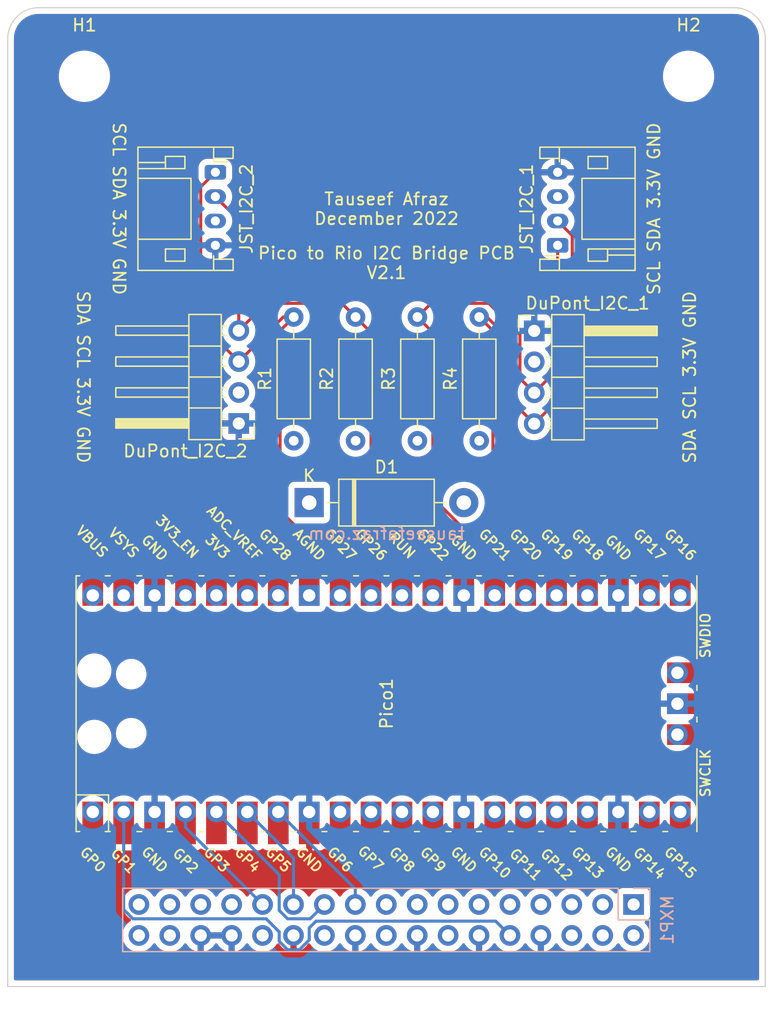
<source format=kicad_pcb>
(kicad_pcb (version 20211014) (generator pcbnew)
  (layers (0 "F.Cu" signal) (1 "In1.Cu" power) (2 "In2.Cu" power) (31 "B.Cu" signal) (34 "B.Paste" user) (35 "F.Paste" user) (36 "B.SilkS" user "B.Silkscreen") (37 "F.SilkS" user "F.Silkscreen") (38 "B.Mask" user) (39 "F.Mask" user) (44 "Edge.Cuts" user))
  (net 0 "")
  (net 1 "+5V")
  (net 2 "Net-(D1-Pad1)")
  (net 3 "GND")
  (net 4 "+3.3V")
  (net 5 "/SCL1")
  (net 6 "/SDA1")
  (net 7 "/SCL2")
  (net 8 "/SDA2")
  (net 16 "/RIO_RX")
  (net 23 "/S_CS")
  (net 24 "/SCLK")
  (net 26 "/CIPO")
  (net 27 "/COPI")
  (footprint "MountingHole:MountingHole_3.2mm_M3" (layer "F.Cu") (at 181.0258 71.035)
    (fp_text reference "H2" (at 0 -4.2) (layer "F.SilkS"))
    (fp_text value "MountingHole")
    (pad "" np_thru_hole circle (at 0 0) (size 3.2 3.2) (drill 3.2) (layers *.Cu *.Mask))
  )
  (footprint "Resistor_THT:R_Axial_DIN0207_L6.3mm_D2.5mm_P10.16mm_Horizontal" (layer "F.Cu") (at 153.67 100.965 90)
    (fp_text reference "R2" (at 5.08 -2.37 90) (layer "F.SilkS"))
    (fp_text value "R")
    (fp_line (start 9.12 0) (end 8.35 0) (layer "F.SilkS") (width 0.12))
    (fp_line (start 1.81 -1.37) (end 1.81 1.37) (layer "F.SilkS") (width 0.12))
    (fp_line (start 8.35 -1.37) (end 1.81 -1.37) (layer "F.SilkS") (width 0.12))
    (fp_line (start 1.04 0) (end 1.81 0) (layer "F.SilkS") (width 0.12))
    (fp_line (start 8.35 1.37) (end 8.35 -1.37) (layer "F.SilkS") (width 0.12))
    (fp_line (start 1.81 1.37) (end 8.35 1.37) (layer "F.SilkS") (width 0.12))
    (pad "1" thru_hole circle locked (at 0 0 90) (size 1.6 1.6) (drill 0.8) (layers *.Cu *.Mask) (net 4 "+3.3V"))
    (pad "2" thru_hole oval locked (at 10.16 0 90) (size 1.6 1.6) (drill 0.8) (layers *.Cu *.Mask) (net 8 "/SDA2"))
  )
  (footprint "Connector_PinHeader_2.54mm:PinHeader_1x04_P2.54mm_Horizontal" (layer "F.Cu") (at 168.345 91.94)
    (fp_text reference "DuPont_I2C_1" (at 4.385 -2.27) (layer "F.SilkS"))
    (fp_text value "Conn_01x04_Male")
    (fp_line (start 4.1 -0.08) (end 10.1 -0.08) (layer "F.SilkS") (width 0.12))
    (fp_line (start 4.1 8.95) (end 4.1 -1.33) (layer "F.SilkS") (width 0.12))
    (fp_line (start 1.11 0.38) (end 1.44 0.38) (layer "F.SilkS") (width 0.12))
    (fp_line (start 1.44 3.81) (end 4.1 3.81) (layer "F.SilkS") (width 0.12))
    (fp_line (start 4.1 4.7) (end 10.1 4.7) (layer "F.SilkS") (width 0.12))
    (fp_line (start 10.1 0.38) (end 4.1 0.38) (layer "F.SilkS") (width 0.12))
    (fp_line (start 1.44 6.35) (end 4.1 6.35) (layer "F.SilkS") (width 0.12))
    (fp_line (start 10.1 -0.38) (end 10.1 0.38) (layer "F.SilkS") (width 0.12))
    (fp_line (start 4.1 -0.2) (end 10.1 -0.2) (layer "F.SilkS") (width 0.12))
    (fp_line (start 4.1 0.28) (end 10.1 0.28) (layer "F.SilkS") (width 0.12))
    (fp_line (start 1.042929 4.7) (end 1.44 4.7) (layer "F.SilkS") (width 0.12))
    (fp_line (start 1.44 -1.33) (end 1.44 8.95) (layer "F.SilkS") (width 0.12))
    (fp_line (start 4.1 0.04) (end 10.1 0.04) (layer "F.SilkS") (width 0.12))
    (fp_line (start 1.042929 2.16) (end 1.44 2.16) (layer "F.SilkS") (width 0.12))
    (fp_line (start 1.44 1.27) (end 4.1 1.27) (layer "F.SilkS") (width 0.12))
    (fp_line (start 1.042929 7.24) (end 1.44 7.24) (layer "F.SilkS") (width 0.12))
    (fp_line (start 10.1 2.92) (end 4.1 2.92) (layer "F.SilkS") (width 0.12))
    (fp_line (start 1.042929 5.46) (end 1.44 5.46) (layer "F.SilkS") (width 0.12))
    (fp_line (start 4.1 7.24) (end 10.1 7.24) (layer "F.SilkS") (width 0.12))
    (fp_line (start 1.11 -0.38) (end 1.44 -0.38) (layer "F.SilkS") (width 0.12))
    (fp_line (start 4.1 0.16) (end 10.1 0.16) (layer "F.SilkS") (width 0.12))
    (fp_line (start 4.1 -1.33) (end 1.44 -1.33) (layer "F.SilkS") (width 0.12))
    (fp_line (start 10.1 4.7) (end 10.1 5.46) (layer "F.SilkS") (width 0.12))
    (fp_line (start 1.042929 8) (end 1.44 8) (layer "F.SilkS") (width 0.12))
    (fp_line (start 1.44 8.95) (end 4.1 8.95) (layer "F.SilkS") (width 0.12))
    (fp_line (start 4.1 2.16) (end 10.1 2.16) (layer "F.SilkS") (width 0.12))
    (fp_line (start 4.1 -0.32) (end 10.1 -0.32) (layer "F.SilkS") (width 0.12))
    (fp_line (start 10.1 5.46) (end 4.1 5.46) (layer "F.SilkS") (width 0.12))
    (fp_line (start 10.1 8) (end 4.1 8) (layer "F.SilkS") (width 0.12))
    (fp_line (start 1.042929 2.92) (end 1.44 2.92) (layer "F.SilkS") (width 0.12))
    (fp_line (start 4.1 -0.38) (end 10.1 -0.38) (layer "F.SilkS") (width 0.12))
    (fp_line (start 10.1 7.24) (end 10.1 8) (layer "F.SilkS") (width 0.12))
    (fp_line (start -1.27 0) (end -1.27 -1.27) (layer "F.SilkS") (width 0.12))
    (fp_line (start 10.1 2.16) (end 10.1 2.92) (layer "F.SilkS") (width 0.12))
    (fp_line (start -1.27 -1.27) (end 0 -1.27) (layer "F.SilkS") (width 0.12))
    (pad "1" thru_hole rect locked (at 0 0) (size 1.7 1.7) (drill 1) (layers *.Cu *.Mask) (net 3 "GND"))
    (pad "2" thru_hole oval locked (at 0 2.54) (size 1.7 1.7) (drill 1) (layers *.Cu *.Mask) (net 4 "+3.3V"))
    (pad "3" thru_hole oval locked (at 0 5.08) (size 1.7 1.7) (drill 1) (layers *.Cu *.Mask) (net 5 "/SCL1"))
    (pad "4" thru_hole oval locked (at 0 7.62) (size 1.7 1.7) (drill 1) (layers *.Cu *.Mask) (net 6 "/SDA1"))
  )
  (footprint "MountingHole:MountingHole_3.2mm_M3" (layer "F.Cu") (at 131.3942 71.035)
    (fp_text reference "H1" (at 0 -4.2) (layer "F.SilkS"))
    (fp_text value "MountingHole")
    (pad "" np_thru_hole circle (at 0 0) (size 3.2 3.2) (drill 3.2) (layers *.Cu *.Mask))
  )
  (footprint "Resistor_THT:R_Axial_DIN0207_L6.3mm_D2.5mm_P10.16mm_Horizontal" (layer "F.Cu") (at 163.83 100.965 90)
    (fp_text reference "R4" (at 5.08 -2.37 90) (layer "F.SilkS"))
    (fp_text value "R")
    (fp_line (start 1.04 0) (end 1.81 0) (layer "F.SilkS") (width 0.12))
    (fp_line (start 1.81 1.37) (end 8.35 1.37) (layer "F.SilkS") (width 0.12))
    (fp_line (start 8.35 -1.37) (end 1.81 -1.37) (layer "F.SilkS") (width 0.12))
    (fp_line (start 8.35 1.37) (end 8.35 -1.37) (layer "F.SilkS") (width 0.12))
    (fp_line (start 1.81 -1.37) (end 1.81 1.37) (layer "F.SilkS") (width 0.12))
    (fp_line (start 9.12 0) (end 8.35 0) (layer "F.SilkS") (width 0.12))
    (pad "1" thru_hole circle locked (at 0 0 90) (size 1.6 1.6) (drill 0.8) (layers *.Cu *.Mask) (net 4 "+3.3V"))
    (pad "2" thru_hole oval locked (at 10.16 0 90) (size 1.6 1.6) (drill 0.8) (layers *.Cu *.Mask) (net 6 "/SDA1"))
  )
  (footprint "Connector_JST:JST_PH_S4B-PH-K_1x04_P2.00mm_Horizontal" (layer "F.Cu") (at 142.15 78.915 -90)
    (fp_text reference "JST_I2C_2" (at 3 -2.55 90) (layer "F.SilkS"))
    (fp_text value "Conn_01x04_Male")
    (fp_line (start -0.8 4.1) (end -0.8 6.36) (layer "F.SilkS") (width 0.12))
    (fp_line (start -0.3 4.1) (end -0.3 6.36) (layer "F.SilkS") (width 0.12))
    (fp_line (start 8.06 -1.46) (end 7.14 -1.46) (layer "F.SilkS") (width 0.12))
    (fp_line (start -2.06 -1.46) (end -2.06 6.36) (layer "F.SilkS") (width 0.12))
    (fp_line (start 6.3 2.5) (end 7.3 2.5) (layer "F.SilkS") (width 0.12))
    (fp_line (start -2.06 6.36) (end 8.06 6.36) (layer "F.SilkS") (width 0.12))
    (fp_line (start 8.06 6.36) (end 8.06 -1.46) (layer "F.SilkS") (width 0.12))
    (fp_line (start 5.5 2) (end 5.5 6.36) (layer "F.SilkS") (width 0.12))
    (fp_line (start -0.86 0.14) (end -0.86 -1.075) (layer "F.SilkS") (width 0.12))
    (fp_line (start -1.14 0.14) (end -1.14 -1.46) (layer "F.SilkS") (width 0.12))
    (fp_line (start 7.3 2.5) (end 7.3 4.1) (layer "F.SilkS") (width 0.12))
    (fp_line (start -1.3 2.5) (end -1.3 4.1) (layer "F.SilkS") (width 0.12))
    (fp_line (start 0.5 2) (end 5.5 2) (layer "F.SilkS") (width 0.12))
    (fp_line (start 6.3 4.1) (end 6.3 2.5) (layer "F.SilkS") (width 0.12))
    (fp_line (start 8.06 0.14) (end 7.14 0.14) (layer "F.SilkS") (width 0.12))
    (fp_line (start -1.3 4.1) (end -0.3 4.1) (layer "F.SilkS") (width 0.12))
    (fp_line (start -0.3 4.1) (end -0.3 2.5) (layer "F.SilkS") (width 0.12))
    (fp_line (start 0.5 6.36) (end 0.5 2) (layer "F.SilkS") (width 0.12))
    (fp_line (start -2.06 0.14) (end -1.14 0.14) (layer "F.SilkS") (width 0.12))
    (fp_line (start -0.3 2.5) (end -1.3 2.5) (layer "F.SilkS") (width 0.12))
    (fp_line (start 7.3 4.1) (end 6.3 4.1) (layer "F.SilkS") (width 0.12))
    (fp_line (start -1.14 -1.46) (end -2.06 -1.46) (layer "F.SilkS") (width 0.12))
    (fp_line (start -0.86 0.14) (end -1.14 0.14) (layer "F.SilkS") (width 0.12))
    (fp_line (start 7.14 -1.46) (end 7.14 0.14) (layer "F.SilkS") (width 0.12))
    (fp_line (start 7.14 0.14) (end 6.86 0.14) (layer "F.SilkS") (width 0.12))
    (pad "1" thru_hole roundrect locked (at 0 0 270) (size 1.2 1.75) (drill 0.75) (layers *.Cu *.Mask) (roundrect_rratio 0.2083333333) (net 7 "/SCL2"))
    (pad "2" thru_hole oval locked (at 2 0 270) (size 1.2 1.75) (drill 0.75) (layers *.Cu *.Mask) (net 8 "/SDA2"))
    (pad "3" thru_hole oval locked (at 4 0 270) (size 1.2 1.75) (drill 0.75) (layers *.Cu *.Mask) (net 4 "+3.3V"))
    (pad "4" thru_hole oval locked (at 6 0 270) (size 1.2 1.75) (drill 0.75) (layers *.Cu *.Mask) (net 3 "GND"))
  )
  (footprint "MCU_RaspberryPi_and_Boards:RPi_Pico_SMD_TH" (layer "F.Cu") (at 156.21 122.555 90)
    (fp_text reference "Pico1" (at 0 0 90) (layer "F.SilkS"))
    (fp_text value "Pico")
    (fp_text user "GND" (at -12.8 6.35 135) (layer "F.SilkS") (effects (font (size 0.8 0.8))))
    (fp_text user "GP3" (at -12.8 -13.97 135) (layer "F.SilkS") (effects (font (size 0.8 0.8))))
    (fp_text user "GND" (at 12.8 6.35 135) (layer "F.SilkS") (effects (font (size 0.8 0.8))))
    (fp_text user "GP21" (at 13.054 8.9 135) (layer "F.SilkS") (effects (font (size 0.8 0.8))))
    (fp_text user "GP28" (at 13.054 -9.144 135) (layer "F.SilkS") (effects (font (size 0.8 0.8))))
    (fp_text user "GP16" (at 13.054 24.13 135) (layer "F.SilkS") (effects (font (size 0.8 0.8))))
    (fp_text user "SWDIO" (at 5.6 26.2 90) (layer "F.SilkS") (effects (font (size 0.8 0.8))))
    (fp_text user "GP18" (at 13.054 16.51 135) (layer "F.SilkS") (effects (font (size 0.8 0.8))))
    (fp_text user "GP5" (at -12.8 -8.89 135) (layer "F.SilkS") (effects (font (size 0.8 0.8))))
    (fp_text user "AGND" (at 13.054 -6.35 135) (layer "F.SilkS") (effects (font (size 0.8 0.8))))
    (fp_text user "GP11" (at -13.2 11.43 135) (layer "F.SilkS") (effects (font (size 0.8 0.8))))
    (fp_text user "3V3" (at 12.9 -13.9 135) (layer "F.SilkS") (effects (font (size 0.8 0.8))))
    (fp_text user "GP20" (at 13.054 11.43 135) (layer "F.SilkS") (effects (font (size 0.8 0.8))))
    (fp_text user "GP26" (at 13.054 -1.27 135) (layer "F.SilkS") (effects (font (size 0.8 0.8))))
    (fp_text user "RUN" (at 13 1.27 135) (layer "F.SilkS") (effects (font (size 0.8 0.8))))
    (fp_text user "GP12" (at -13.2 13.97 135) (layer "F.SilkS") (effects (font (size 0.8 0.8))))
    (fp_text user "GP9" (at -12.8 3.81 135) (layer "F.SilkS") (effects (font (size 0.8 0.8))))
    (fp_text user "GND" (at -12.8 19.05 135) (layer "F.SilkS") (effects (font (size 0.8 0.8))))
    (fp_text user "GP22" (at 13.054 3.81 135) (layer "F.SilkS") (effects (font (size 0.8 0.8))))
    (fp_text user "GP17" (at 13.054 21.59 135) (layer "F.SilkS") (effects (font (size 0.8 0.8))))
    (fp_text user "GP10" (at -13.054 8.89 135) (layer "F.SilkS") (effects (font (size 0.8 0.8))))
    (fp_text user "GP15" (at -13.054 24.13 135) (layer "F.SilkS") (effects (font (size 0.8 0.8))))
    (fp_text user "GND" (at -12.8 -19.05 135) (layer "F.SilkS") (effects (font (size 0.8 0.8))))
    (fp_text user "3V3_EN" (at 13.7 -17.2 135) (layer "F.SilkS") (effects (font (size 0.8 0.8))))
    (fp_text user "GND" (at 12.8 -19.05 135) (layer "F.SilkS") (effects (font (size 0.8 0.8))))
    (fp_text user "ADC_VREF" (at 14 -12.5 135) (layer "F.SilkS") (effects (font (size 0.8 0.8))))
    (fp_text user "GP13" (at -13.054 16.51 135) (layer "F.SilkS") (effects (font (size 0.8 0.8))))
    (fp_text user "GP7" (at -12.7 -1.3 135) (layer "F.SilkS") (effects (font (size 0.8 0.8))))
    (fp_text user "GP14" (at -13.1 21.59 135) (layer "F.SilkS") (effects (font (size 0.8 0.8))))
    (fp_text user "GP19" (at 13.054 13.97 135) (layer "F.SilkS") (effects (font (size 0.8 0.8))))
    (fp_text user "GP1" (at -12.9 -21.6 135) (layer "F.SilkS") (effects (font (size 0.8 0.8))))
    (fp_text user "GP6" (at -12.8 -3.81 135) (layer "F.SilkS") (effects (font (size 0.8 0.8))))
    (fp_text user "GP27" (at 13.054 -3.8 135) (layer "F.SilkS") (effects (font (size 0.8 0.8))))
    (fp_text user "GP4" (at -12.8 -11.43 135) (layer "F.SilkS") (effects (font (size 0.8 0.8))))
    (fp_text user "SWCLK" (at -5.7 26.2 90) (layer "F.SilkS") (effects (font (size 0.8 0.8))))
    (fp_text user "VBUS" (at 13.3 -24.2 135) (layer "F.SilkS") (effects (font (size 0.8 0.8))))
    (fp_text user "GP0" (at -12.8 -24.13 135) (layer "F.SilkS") (effects (font (size 0.8 0.8))))
    (fp_text user "GP2" (at -12.9 -16.51 135) (layer "F.SilkS") (effects (font (size 0.8 0.8))))
    (fp_text user "GP8" (at -12.8 1.27 135) (layer "F.SilkS") (effects (font (size 0.8 0.8))))
    (fp_text user "GND" (at 12.8 19.05 135) (layer "F.SilkS") (effects (font (size 0.8 0.8))))
    (fp_text user "VSYS" (at 13.2 -21.59 135) (layer "F.SilkS") (effects (font (size 0.8 0.8))))
    (fp_text user "GND" (at -12.8 -6.35 135) (layer "F.SilkS") (effects (font (size 0.8 0.8))))
    (fp_line (start 1.1 25.5) (end 1.5 25.5) (layer "F.SilkS") (width 0.12))
    (fp_line (start 10.5 -23.1) (end 10.5 -22.7) (layer "F.SilkS") (width 0.12))
    (fp_line (start 10.5 -5.3) (end 10.5 -4.9) (layer "F.SilkS") (width 0.12))
    (fp_line (start 10.5 -20.5) (end 10.5 -20.1) (layer "F.SilkS") (width 0.12))
    (fp_line (start 10.5 -12.9) (end 10.5 -12.5) (layer "F.SilkS") (width 0.12))
    (fp_line (start -10.5 17.6) (end -10.5 18) (layer "F.SilkS") (width 0.12))
    (fp_line (start 10.5 -10.4) (end 10.5 -10) (layer "F.SilkS") (width 0.12))
    (fp_line (start -1.5 25.5) (end -1.1 25.5) (layer "F.SilkS") (width 0.12))
    (fp_line (start -10.5 -10.4) (end -10.5 -10) (layer "F.SilkS") (width 0.12))
    (fp_line (start -10.5 -23.1) (end -10.5 -22.7) (layer "F.SilkS") (width 0.12))
    (fp_line (start 10.5 22.7) (end 10.5 23.1) (layer "F.SilkS") (width 0.12))
    (fp_line (start -10.5 -7.8) (end -10.5 -7.4) (layer "F.SilkS") (width 0.12))
    (fp_line (start 10.5 -2.7) (end 10.5 -2.3) (layer "F.SilkS") (width 0.12))
    (fp_line (start -10.5 -25.5) (end -10.5 -25.2) (layer "F.SilkS") (width 0.12))
    (fp_line (start -10.5 -12.9) (end -10.5 -12.5) (layer "F.SilkS") (width 0.12))
    (fp_line (start -7.493 -22.833) (end -7.493 -25.5) (layer "F.SilkS") (width 0.12))
    (fp_line (start 10.5 12.5) (end 10.5 12.9) (layer "F.SilkS") (width 0.12))
    (fp_line (start -10.5 -5.3) (end -10.5 -4.9) (layer "F.SilkS") (width 0.12))
    (fp_line (start -10.5 -25.5) (end 10.5 -25.5) (layer "F.SilkS") (width 0.12))
    (fp_line (start 10.5 -0.2) (end 10.5 0.2) (layer "F.SilkS") (width 0.12))
    (fp_line (start -10.5 -20.5) (end -10.5 -20.1) (layer "F.SilkS") (width 0.12))
    (fp_line (start 10.5 -18) (end 10.5 -17.6) (layer "F.SilkS") (width 0.12))
    (fp_line (start -10.5 -2.7) (end -10.5 -2.3) (layer "F.SilkS") (width 0.12))
    (fp_line (start -10.5 -22.833) (end -7.493 -22.833) (layer "F.SilkS") (width 0.12))
    (fp_line (start 10.5 20.1) (end 10.5 20.5) (layer "F.SilkS") (width 0.12))
    (fp_line (start -10.5 10) (end -10.5 10.4) (layer "F.SilkS") (width 0.12))
    (fp_line (start 10.5 15.1) (end 10.5 15.5) (layer "F.SilkS") (width 0.12))
    (fp_line (start 10.5 -7.8) (end 10.5 -7.4) (layer "F.SilkS") (width 0.12))
    (fp_line (start 10.5 -25.5) (end 10.5 -25.2) (layer "F.SilkS") (width 0.12))
    (fp_line (start -10.5 4.9) (end -10.5 5.3) (layer "F.SilkS") (width 0.12))
    (fp_line (start -3.7 25.5) (end -10.5 25.5) (layer "F.SilkS") (width 0.12))
    (fp_line (start -10.5 12.5) (end -10.5 12.9) (layer "F.SilkS") (width 0.12))
    (fp_line (start -10.5 -18) (end -10.5 -17.6) (layer "F.SilkS") (width 0.12))
    (fp_line (start 10.5 17.6) (end 10.5 18) (layer "F.SilkS") (width 0.12))
    (fp_line (start -10.5 7.4) (end -10.5 7.8) (layer "F.SilkS") (width 0.12))
    (fp_line (start 10.5 2.3) (end 10.5 2.7) (layer "F.SilkS") (width 0.12))
    (fp_line (start 10.5 10) (end 10.5 10.4) (layer "F.SilkS") (width 0.12))
    (fp_line (start -10.5 20.1) (end -10.5 20.5) (layer "F.SilkS") (width 0.12))
    (fp_line (start -10.5 2.3) (end -10.5 2.7) (layer "F.SilkS") (width 0.12))
    (fp_line (start -10.5 22.7) (end -10.5 23.1) (layer "F.SilkS") (width 0.12))
    (fp_line (start 10.5 25.5) (end 3.7 25.5) (layer "F.SilkS") (width 0.12))
    (fp_line (start 10.5 7.4) (end 10.5 7.8) (layer "F.SilkS") (width 0.12))
    (fp_line (start -10.5 -15.4) (end -10.5 -15) (layer "F.SilkS") (width 0.12))
    (fp_line (start 10.5 -15.4) (end 10.5 -15) (layer "F.SilkS") (width 0.12))
    (fp_line (start -10.5 -0.2) (end -10.5 0.2) (layer "F.SilkS") (width 0.12))
    (fp_line (start -10.5 15.1) (end -10.5 15.5) (layer "F.SilkS") (width 0.12))
    (fp_line (start 10.5 4.9) (end 10.5 5.3) (layer "F.SilkS") (width 0.12))
    (pad "" np_thru_hole oval locked (at -2.725 -24 90) (size 1.8 1.8) (drill 1.8) (layers *.Cu *.Mask))
    (pad "" np_thru_hole oval locked (at -2.425 -20.97 90) (size 1.5 1.5) (drill 1.5) (layers *.Cu *.Mask))
    (pad "" np_thru_hole oval locked (at 2.725 -24 90) (size 1.8 1.8) (drill 1.8) (layers *.Cu *.Mask))
    (pad "" np_thru_hole oval locked (at 2.425 -20.97 90) (size 1.5 1.5) (drill 1.5) (layers *.Cu *.Mask))
    (pad "1" smd rect locked (at -8.89 -24.13 90) (size 3.5 1.7) (drill (offset -0.9 0)) (layers "F.Cu" "F.Mask"))
    (pad "1" thru_hole oval locked (at -8.89 -24.13 90) (size 1.7 1.7) (drill 1.02) (layers *.Cu *.Mask))
    (pad "2" smd rect locked (at -8.89 -21.59 90) (size 3.5 1.7) (drill (offset -0.9 0)) (layers "F.Cu" "F.Mask") (net 16 "/RIO_RX"))
    (pad "2" thru_hole oval locked (at -8.89 -21.59 90) (size 1.7 1.7) (drill 1.02) (layers *.Cu *.Mask) (net 16 "/RIO_RX"))
    (pad "3" smd rect locked (at -8.89 -19.05 90) (size 3.5 1.7) (drill (offset -0.9 0)) (layers "F.Cu" "F.Mask") (net 3 "GND"))
    (pad "3" thru_hole rect locked (at -8.89 -19.05 90) (size 1.7 1.7) (drill 1.02) (layers *.Cu *.Mask) (net 3 "GND"))
    (pad "4" thru_hole oval locked (at -8.89 -16.51 90) (size 1.7 1.7) (drill 1.02) (layers *.Cu *.Mask) (net 27 "/COPI"))
    (pad "4" smd rect locked (at -8.89 -16.51 90) (size 3.5 1.7) (drill (offset -0.9 0)) (layers "F.Cu" "F.Mask") (net 27 "/COPI"))
    (pad "5" thru_hole oval locked (at -8.89 -13.97 90) (size 1.7 1.7) (drill 1.02) (layers *.Cu *.Mask) (net 24 "/SCLK"))
    (pad "5" smd rect locked (at -8.89 -13.97 90) (size 3.5 1.7) (drill (offset -0.9 0)) (layers "F.Cu" "F.Mask") (net 24 "/SCLK"))
    (pad "6" smd rect locked (at -8.89 -11.43 90) (size 3.5 1.7) (drill (offset -0.9 0)) (layers "F.Cu" "F.Mask") (net 26 "/CIPO"))
    (pad "6" thru_hole oval locked (at -8.89 -11.43 90) (size 1.7 1.7) (drill 1.02) (layers *.Cu *.Mask) (net 26 "/CIPO"))
    (pad "7" thru_hole oval locked (at -8.89 -8.89 90) (size 1.7 1.7) (drill 1.02) (layers *.Cu *.Mask) (net 23 "/S_CS"))
    (pad "7" smd rect locked (at -8.89 -8.89 90) (size 3.5 1.7) (drill (offset -0.9 0)) (layers "F.Cu" "F.Mask") (net 23 "/S_CS"))
    (pad "8" thru_hole rect locked (at -8.89 -6.35 90) (size 1.7 1.7) (drill 1.02) (layers *.Cu *.Mask) (net 3 "GND"))
    (pad "8" smd rect locked (at -8.89 -6.35 90) (size 3.5 1.7) (drill (offset -0.9 0)) (layers "F.Cu" "F.Mask") (net 3 "GND"))
    (pad "9" thru_hole oval locked (at -8.89 -3.81 90) (size 1.7 1.7) (drill 1.02) (layers *.Cu *.Mask))
    (pad "9" smd rect locked (at -8.89 -3.81 90) (size 3.5 1.7) (drill (offset -0.9 0)) (layers "F.Cu" "F.Mask"))
    (pad "10" thru_hole oval locked (at -8.89 -1.27 90) (size 1.7 1.7) (drill 1.02) (layers *.Cu *.Mask))
    (pad "10" smd rect locked (at -8.89 -1.27 90) (size 3.5 1.7) (drill (offset -0.9 0)) (layers "F.Cu" "F.Mask"))
    (pad "11" smd rect locked (at -8.89 1.27 90) (size 3.5 1.7) (drill (offset -0.9 0)) (layers "F.Cu" "F.Mask"))
    (pad "11" thru_hole oval locked (at -8.89 1.27 90) (size 1.7 1.7) (drill 1.02) (layers *.Cu *.Mask))
    (pad "12" thru_hole oval locked (at -8.89 3.81 90) (size 1.7 1.7) (drill 1.02) (layers *.Cu *.Mask))
    (pad "12" smd rect locked (at -8.89 3.81 90) (size 3.5 1.7) (drill (offset -0.9 0)) (layers "F.Cu" "F.Mask"))
    (pad "13" thru_hole rect locked (at -8.89 6.35 90) (size 1.7 1.7) (drill 1.02) (layers *.Cu *.Mask) (net 3 "GND"))
    (pad "13" smd rect locked (at -8.89 6.35 90) (size 3.5 1.7) (drill (offset -0.9 0)) (layers "F.Cu" "F.Mask") (net 3 "GND"))
    (pad "14" smd rect locked (at -8.89 8.89 90) (size 3.5 1.7) (drill (offset -0.9 0)) (layers "F.Cu" "F.Mask"))
    (pad "14" thru_hole oval locked (at -8.89 8.89 90) (size 1.7 1.7) (drill 1.02) (layers *.Cu *.Mask))
    (pad "15" smd rect locked (at -8.89 11.43 90) (size 3.5 1.7) (drill (offset -0.9 0)) (layers "F.Cu" "F.Mask"))
    (pad "15" thru_hole oval locked (at -8.89 11.43 90) (size 1.7 1.7) (drill 1.02) (layers *.Cu *.Mask))
    (pad "16" thru_hole oval locked (at -8.89 13.97 90) (size 1.7 1.7) (drill 1.02) (layers *.Cu *.Mask))
    (pad "16" smd rect locked (at -8.89 13.97 90) (size 3.5 1.7) (drill (offset -0.9 0)) (layers "F.Cu" "F.Mask"))
    (pad "17" smd rect locked (at -8.89 16.51 90) (size 3.5 1.7) (drill (offset -0.9 0)) (layers "F.Cu" "F.Mask"))
    (pad "17" thru_hole oval locked (at -8.89 16.51 90) (size 1.7 1.7) (drill 1.02) (layers *.Cu *.Mask))
    (pad "18" smd rect locked (at -8.89 19.05 90) (size 3.5 1.7) (drill (offset -0.9 0)) (layers "F.Cu" "F.Mask") (net 3 "GND"))
    (pad "18" thru_hole rect locked (at -8.89 19.05 90) (size 1.7 1.7) (drill 1.02) (layers *.Cu *.Mask) (net 3 "GND"))
    (pad "19" smd rect locked (at -8.89 21.59 90) (size 3.5 1.7) (drill (offset -0.9 0)) (layers "F.Cu" "F.Mask"))
    (pad "19" thru_hole oval locked (at -8.89 21.59 90) (size 1.7 1.7) (drill 1.02) (layers *.Cu *.Mask))
    (pad "20" smd rect locked (at -8.89 24.13 90) (size 3.5 1.7) (drill (offset -0.9 0)) (layers "F.Cu" "F.Mask"))
    (pad "20" thru_hole oval locked (at -8.89 24.13 90) (size 1.7 1.7) (drill 1.02) (layers *.Cu *.Mask))
    (pad "21" smd rect locked (at 8.89 24.13 90) (size 3.5 1.7) (drill (offset 0.9 0)) (layers "F.Cu" "F.Mask"))
    (pad "21" thru_hole oval locked (at 8.89 24.13 90) (size 1.7 1.7) (drill 1.02) (layers *.Cu *.Mask))
    (pad "22" thru_hole oval locked (at 8.89 21.59 90) (size 1.7 1.7) (drill 1.02) (layers *.Cu *.Mask))
    (pad "22" smd rect locked (at 8.89 21.59 90) (size 3.5 1.7) (drill (offset 0.9 0)) (layers "F.Cu" "F.Mask"))
    (pad "23" thru_hole rect locked (at 8.89 19.05 90) (size 1.7 1.7) (drill 1.02) (layers *.Cu *.Mask) (net 3 "GND"))
    (pad "23" smd rect locked (at 8.89 19.05 90) (size 3.5 1.7) (drill (offset 0.9 0)) (layers "F.Cu" "F.Mask") (net 3 "GND"))
    (pad "24" thru_hole oval locked (at 8.89 16.51 90) (size 1.7 1.7) (drill 1.02) (layers *.Cu *.Mask))
    (pad "24" smd rect locked (at 8.89 16.51 90) (size 3.5 1.7) (drill (offset 0.9 0)) (layers "F.Cu" "F.Mask"))
    (pad "25" thru_hole oval locked (at 8.89 13.97 90) (size 1.7 1.7) (drill 1.02) (layers *.Cu *.Mask))
    (pad "25" smd rect locked (at 8.89 13.97 90) (size 3.5 1.7) (drill (offset 0.9 0)) (layers "F.Cu" "F.Mask"))
    (pad "26" smd rect locked (at 8.89 11.43 90) (size 3.5 1.7) (drill (offset 0.9 0)) (layers "F.Cu" "F.Mask") (net 6 "/SDA1"))
    (pad "26" thru_hole oval locked (at 8.89 11.43 90) (size 1.7 1.7) (drill 1.02) (layers *.Cu *.Mask) (net 6 "/SDA1"))
    (pad "27" smd rect locked (at 8.89 8.89 90) (size 3.5 1.7) (drill (offset 0.9 0)) (layers "F.Cu" "F.Mask") (net 5 "/SCL1"))
    (pad "27" thru_hole oval locked (at 8.89 8.89 90) (size 1.7 1.7) (drill 1.02) (layers *.Cu *.Mask) (net 5 "/SCL1"))
    (pad "28" thru_hole rect locked (at 8.89 6.35 90) (size 1.7 1.7) (drill 1.02) (layers *.Cu *.Mask) (net 3 "GND"))
    (pad "28" smd rect locked (at 8.89 6.35 90) (size 3.5 1.7) (drill (offset 0.9 0)) (layers "F.Cu" "F.Mask") (net 3 "GND"))
    (pad "29" smd rect locked (at 8.89 3.81 90) (size 3.5 1.7) (drill (offset 0.9 0)) (layers "F.Cu" "F.Mask"))
    (pad "29" thru_hole oval locked (at 8.89 3.81 90) (size 1.7 1.7) (drill 1.02) (layers *.Cu *.Mask))
    (pad "30" smd rect locked (at 8.89 1.27 90) (size 3.5 1.7) (drill (offset 0.9 0)) (layers "F.Cu" "F.Mask"))
    (pad "30" thru_hole oval locked (at 8.89 1.27 90) (size 1.7 1.7) (drill 1.02) (layers *.Cu *.Mask))
    (pad "31" smd rect locked (at 8.89 -1.27 90) (size 3.5 1.7) (drill (offset 0.9 0)) (layers "F.Cu" "F.Mask") (net 8 "/SDA2"))
    (pad "31" thru_hole oval locked (at 8.89 -1.27 90) (size 1.7 1.7) (drill 1.02) (layers *.Cu *.Mask) (net 8 "/SDA2"))
    (pad "32" thru_hole oval locked (at 8.89 -3.81 90) (size 1.7 1.7) (drill 1.02) (layers *.Cu *.Mask) (net 7 "/SCL2"))
    (pad "32" smd rect locked (at 8.89 -3.81 90) (size 3.5 1.7) (drill (offset 0.9 0)) (layers "F.Cu" "F.Mask") (net 7 "/SCL2"))
    (pad "33" smd rect locked (at 8.89 -6.35 90) (size 3.5 1.7) (drill (offset 0.9 0)) (layers "F.Cu" "F.Mask"))
    (pad "33" thru_hole rect locked (at 8.89 -6.35 90) (size 1.7 1.7) (drill 1.02) (layers *.Cu *.Mask))
    (pad "34" smd rect locked (at 8.89 -8.89 90) (size 3.5 1.7) (drill (offset 0.9 0)) (layers "F.Cu" "F.Mask"))
    (pad "34" thru_hole oval locked (at 8.89 -8.89 90) (size 1.7 1.7) (drill 1.02) (layers *.Cu *.Mask))
    (pad "35" smd rect locked (at 8.89 -11.43 90) (size 3.5 1.7) (drill (offset 0.9 0)) (layers "F.Cu" "F.Mask"))
    (pad "35" thru_hole oval locked (at 8.89 -11.43 90) (size 1.7 1.7) (drill 1.02) (layers *.Cu *.Mask))
    (pad "36" smd rect locked (at 8.89 -13.97 90) (size 3.5 1.7) (drill (offset 0.9 0)) (layers "F.Cu" "F.Mask"))
    (pad "36" thru_hole oval locked (at 8.89 -13.97 90) (size 1.7 1.7) (drill 1.02) (layers *.Cu *.Mask))
    (pad "37" smd rect locked (at 8.89 -16.51 90) (size 3.5 1.7) (drill (offset 0.9 0)) (layers "F.Cu" "F.Mask"))
    (pad "37" thru_hole oval locked (at 8.89 -16.51 90) (size 1.7 1.7) (drill 1.02) (layers *.Cu *.Mask))
    (pad "38" thru_hole rect locked (at 8.89 -19.05 90) (size 1.7 1.7) (drill 1.02) (layers *.Cu *.Mask) (net 3 "GND"))
    (pad "38" smd rect locked (at 8.89 -19.05 90) (size 3.5 1.7) (drill (offset 0.9 0)) (layers "F.Cu" "F.Mask") (net 3 "GND"))
    (pad "39" thru_hole oval locked (at 8.89 -21.59 90) (size 1.7 1.7) (drill 1.02) (layers *.Cu *.Mask) (net 2 "Net-(D1-Pad1)"))
    (pad "39" smd rect locked (at 8.89 -21.59 90) (size 3.5 1.7) (drill (offset 0.9 0)) (layers "F.Cu" "F.Mask") (net 2 "Net-(D1-Pad1)"))
    (pad "40" smd rect locked (at 8.89 -24.13 90) (size 3.5 1.7) (drill (offset 0.9 0)) (layers "F.Cu" "F.Mask"))
    (pad "40" thru_hole oval locked (at 8.89 -24.13 90) (size 1.7 1.7) (drill 1.02) (layers *.Cu *.Mask))
    (pad "41" thru_hole oval locked (at -2.54 23.9 90) (size 1.7 1.7) (drill 1.02) (layers *.Cu *.Mask))
    (pad "41" smd rect locked (at -2.54 23.9 180) (size 3.5 1.7) (drill (offset -0.9 0)) (layers "F.Cu" "F.Mask"))
    (pad "42" smd rect locked (at 0 23.9 180) (size 3.5 1.7) (drill (offset -0.9 0)) (layers "F.Cu" "F.Mask") (net 3 "GND"))
    (pad "42" thru_hole rect locked (at 0 23.9 90) (size 1.7 1.7) (drill 1.02) (layers *.Cu *.Mask) (net 3 "GND"))
    (pad "43" thru_hole oval locked (at 2.54 23.9 90) (size 1.7 1.7) (drill 1.02) (layers *.Cu *.Mask))
    (pad "43" smd rect locked (at 2.54 23.9 180) (size 3.5 1.7) (drill (offset -0.9 0)) (layers "F.Cu" "F.Mask"))
  )
  (footprint "Diode_THT:D_DO-15_P12.70mm_Horizontal" (layer "F.Cu") (at 149.86 106.045)
    (fp_text reference "D1" (at 6.35 -2.92) (layer "F.SilkS"))
    (fp_text value "D")
    (fp_text user "K" (at 0 -2.2) (layer "F.SilkS"))
    (fp_line (start 10.27 -1.92) (end 2.43 -1.92) (layer "F.SilkS") (width 0.12))
    (fp_line (start 2.43 1.92) (end 10.27 1.92) (layer "F.SilkS") (width 0.12))
    (fp_line (start 11.26 0) (end 10.27 0) (layer "F.SilkS") (width 0.12))
    (fp_line (start 3.57 -1.92) (end 3.57 1.92) (layer "F.SilkS") (width 0.12))
    (fp_line (start 3.81 -1.92) (end 3.81 1.92) (layer "F.SilkS") (width 0.12))
    (fp_line (start 2.43 -1.92) (end 2.43 1.92) (layer "F.SilkS") (width 0.12))
    (fp_line (start 1.44 0) (end 2.43 0) (layer "F.SilkS") (width 0.12))
    (fp_line (start 3.69 -1.92) (end 3.69 1.92) (layer "F.SilkS") (width 0.12))
    (fp_line (start 10.27 1.92) (end 10.27 -1.92) (layer "F.SilkS") (width 0.12))
    (pad "1" thru_hole rect locked (at 0 0) (size 2.4 2.4) (drill 1.2) (layers *.Cu *.Mask) (net 2 "Net-(D1-Pad1)"))
    (pad "2" thru_hole oval locked (at 12.7 0) (size 2.4 2.4) (drill 1.2) (layers *.Cu *.Mask) (net 1 "+5V"))
  )
  (footprint "Connector_PinHeader_2.54mm:PinHeader_1x04_P2.54mm_Horizontal" (layer "F.Cu") (at 144.075 99.54 180)
    (fp_text reference "DuPont_I2C_2" (at 4.385 -2.27) (layer "F.SilkS"))
    (fp_text value "Conn_01x04_Male")
    (fp_line (start 4.1 0.04) (end 10.1 0.04) (layer "F.SilkS") (width 0.12))
    (fp_line (start 1.042929 2.92) (end 1.44 2.92) (layer "F.SilkS") (width 0.12))
    (fp_line (start 1.042929 2.16) (end 1.44 2.16) (layer "F.SilkS") (width 0.12))
    (fp_line (start 1.44 -1.33) (end 1.44 8.95) (layer "F.SilkS") (width 0.12))
    (fp_line (start 4.1 8.95) (end 4.1 -1.33) (layer "F.SilkS") (width 0.12))
    (fp_line (start 1.042929 4.7) (end 1.44 4.7) (layer "F.SilkS") (width 0.12))
    (fp_line (start 4.1 -0.08) (end 10.1 -0.08) (layer "F.SilkS") (width 0.12))
    (fp_line (start 4.1 2.16) (end 10.1 2.16) (layer "F.SilkS") (width 0.12))
    (fp_line (start 1.44 3.81) (end 4.1 3.81) (layer "F.SilkS") (width 0.12))
    (fp_line (start 10.1 2.16) (end 10.1 2.92) (layer "F.SilkS") (width 0.12))
    (fp_line (start -1.27 0) (end -1.27 -1.27) (layer "F.SilkS") (width 0.12))
    (fp_line (start 1.11 -0.38) (end 1.44 -0.38) (layer "F.SilkS") (width 0.12))
    (fp_line (start 1.042929 5.46) (end 1.44 5.46) (layer "F.SilkS") (width 0.12))
    (fp_line (start 4.1 4.7) (end 10.1 4.7) (layer "F.SilkS") (width 0.12))
    (fp_line (start 1.44 6.35) (end 4.1 6.35) (layer "F.SilkS") (width 0.12))
    (fp_line (start 4.1 0.28) (end 10.1 0.28) (layer "F.SilkS") (width 0.12))
    (fp_line (start 10.1 2.92) (end 4.1 2.92) (layer "F.SilkS") (width 0.12))
    (fp_line (start 1.44 8.95) (end 4.1 8.95) (layer "F.SilkS") (width 0.12))
    (fp_line (start 4.1 -1.33) (end 1.44 -1.33) (layer "F.SilkS") (width 0.12))
    (fp_line (start 10.1 4.7) (end 10.1 5.46) (layer "F.SilkS") (width 0.12))
    (fp_line (start 1.11 0.38) (end 1.44 0.38) (layer "F.SilkS") (width 0.12))
    (fp_line (start 1.042929 8) (end 1.44 8) (layer "F.SilkS") (width 0.12))
    (fp_line (start 10.1 -0.38) (end 10.1 0.38) (layer "F.SilkS") (width 0.12))
    (fp_line (start 10.1 0.38) (end 4.1 0.38) (layer "F.SilkS") (width 0.12))
    (fp_line (start 1.042929 7.24) (end 1.44 7.24) (layer "F.SilkS") (width 0.12))
    (fp_line (start 1.44 1.27) (end 4.1 1.27) (layer "F.SilkS") (width 0.12))
    (fp_line (start -1.27 -1.27) (end 0 -1.27) (layer "F.SilkS") (width 0.12))
    (fp_line (start 10.1 8) (end 4.1 8) (layer "F.SilkS") (width 0.12))
    (fp_line (start 4.1 7.24) (end 10.1 7.24) (layer "F.SilkS") (width 0.12))
    (fp_line (start 4.1 -0.38) (end 10.1 -0.38) (layer "F.SilkS") (width 0.12))
    (fp_line (start 10.1 7.24) (end 10.1 8) (layer "F.SilkS") (width 0.12))
    (fp_line (start 4.1 -0.32) (end 10.1 -0.32) (layer "F.SilkS") (width 0.12))
    (fp_line (start 4.1 0.16) (end 10.1 0.16) (layer "F.SilkS") (width 0.12))
    (fp_line (start 4.1 -0.2) (end 10.1 -0.2) (layer "F.SilkS") (width 0.12))
    (fp_line (start 10.1 5.46) (end 4.1 5.46) (layer "F.SilkS") (width 0.12))
    (pad "1" thru_hole rect locked (at 0 0 180) (size 1.7 1.7) (drill 1) (layers *.Cu *.Mask) (net 3 "GND"))
    (pad "2" thru_hole oval locked (at 0 2.54 180) (size 1.7 1.7) (drill 1) (layers *.Cu *.Mask) (net 4 "+3.3V"))
    (pad "3" thru_hole oval locked (at 0 5.08 180) (size 1.7 1.7) (drill 1) (layers *.Cu *.Mask) (net 7 "/SCL2"))
    (pad "4" thru_hole oval locked (at 0 7.62 180) (size 1.7 1.7) (drill 1) (layers *.Cu *.Mask) (net 8 "/SDA2"))
  )
  (footprint "Resistor_THT:R_Axial_DIN0207_L6.3mm_D2.5mm_P10.16mm_Horizontal" (layer "F.Cu") (at 158.75 100.965 90)
    (fp_text reference "R3" (at 5.08 -2.37 90) (layer "F.SilkS"))
    (fp_text value "R")
    (fp_line (start 1.81 1.37) (end 8.35 1.37) (layer "F.SilkS") (width 0.12))
    (fp_line (start 8.35 -1.37) (end 1.81 -1.37) (layer "F.SilkS") (width 0.12))
    (fp_line (start 8.35 1.37) (end 8.35 -1.37) (layer "F.SilkS") (width 0.12))
    (fp_line (start 1.81 -1.37) (end 1.81 1.37) (layer "F.SilkS") (width 0.12))
    (fp_line (start 1.04 0) (end 1.81 0) (layer "F.SilkS") (width 0.12))
    (fp_line (start 9.12 0) (end 8.35 0) (layer "F.SilkS") (width 0.12))
    (pad "1" thru_hole circle locked (at 0 0 90) (size 1.6 1.6) (drill 0.8) (layers *.Cu *.Mask) (net 4 "+3.3V"))
    (pad "2" thru_hole oval locked (at 10.16 0 90) (size 1.6 1.6) (drill 0.8) (layers *.Cu *.Mask) (net 5 "/SCL1"))
  )
  (footprint "Resistor_THT:R_Axial_DIN0207_L6.3mm_D2.5mm_P10.16mm_Horizontal" (layer "F.Cu") (at 148.59 100.965 90)
    (fp_text reference "R1" (at 5.08 -2.37 90) (layer "F.SilkS"))
    (fp_text value "R")
    (fp_line (start 1.81 1.37) (end 8.35 1.37) (layer "F.SilkS") (width 0.12))
    (fp_line (start 8.35 1.37) (end 8.35 -1.37) (layer "F.SilkS") (width 0.12))
    (fp_line (start 8.35 -1.37) (end 1.81 -1.37) (layer "F.SilkS") (width 0.12))
    (fp_line (start 1.81 -1.37) (end 1.81 1.37) (layer "F.SilkS") (width 0.12))
    (fp_line (start 9.12 0) (end 8.35 0) (layer "F.SilkS") (width 0.12))
    (fp_line (start 1.04 0) (end 1.81 0) (layer "F.SilkS") (width 0.12))
    (pad "1" thru_hole circle locked (at 0 0 90) (size 1.6 1.6) (drill 0.8) (layers *.Cu *.Mask) (net 4 "+3.3V"))
    (pad "2" thru_hole oval locked (at 10.16 0 90) (size 1.6 1.6) (drill 0.8) (layers *.Cu *.Mask) (net 7 "/SCL2"))
  )
  (footprint "Connector_JST:JST_PH_S4B-PH-K_1x04_P2.00mm_Horizontal" (layer "F.Cu") (at 170.27 84.915 90)
    (fp_text reference "JST_I2C_1" (at 3 -2.55 90) (layer "F.SilkS"))
    (fp_text value "Conn_01x04_Male")
    (fp_line (start 7.14 0.14) (end 6.86 0.14) (layer "F.SilkS") (width 0.12))
    (fp_line (start -0.86 0.14) (end -1.14 0.14) (layer "F.SilkS") (width 0.12))
    (fp_line (start -0.3 4.1) (end -0.3 6.36) (layer "F.SilkS") (width 0.12))
    (fp_line (start 7.3 4.1) (end 6.3 4.1) (layer "F.SilkS") (width 0.12))
    (fp_line (start -1.14 0.14) (end -1.14 -1.46) (layer "F.SilkS") (width 0.12))
    (fp_line (start 6.3 4.1) (end 6.3 2.5) (layer "F.SilkS") (width 0.12))
    (fp_line (start -0.3 4.1) (end -0.3 2.5) (layer "F.SilkS") (width 0.12))
    (fp_line (start 8.06 6.36) (end 8.06 -1.46) (layer "F.SilkS") (width 0.12))
    (fp_line (start 5.5 2) (end 5.5 6.36) (layer "F.SilkS") (width 0.12))
    (fp_line (start 0.5 2) (end 5.5 2) (layer "F.SilkS") (width 0.12))
    (fp_line (start -1.14 -1.46) (end -2.06 -1.46) (layer "F.SilkS") (width 0.12))
    (fp_line (start 0.5 6.36) (end 0.5 2) (layer "F.SilkS") (width 0.12))
    (fp_line (start -1.3 4.1) (end -0.3 4.1) (layer "F.SilkS") (width 0.12))
    (fp_line (start -2.06 0.14) (end -1.14 0.14) (layer "F.SilkS") (width 0.12))
    (fp_line (start -0.8 4.1) (end -0.8 6.36) (layer "F.SilkS") (width 0.12))
    (fp_line (start 7.14 -1.46) (end 7.14 0.14) (layer "F.SilkS") (width 0.12))
    (fp_line (start 7.3 2.5) (end 7.3 4.1) (layer "F.SilkS") (width 0.12))
    (fp_line (start -0.3 2.5) (end -1.3 2.5) (layer "F.SilkS") (width 0.12))
    (fp_line (start -2.06 6.36) (end 8.06 6.36) (layer "F.SilkS") (width 0.12))
    (fp_line (start -1.3 2.5) (end -1.3 4.1) (layer "F.SilkS") (width 0.12))
    (fp_line (start -2.06 -1.46) (end -2.06 6.36) (layer "F.SilkS") (width 0.12))
    (fp_line (start 6.3 2.5) (end 7.3 2.5) (layer "F.SilkS") (width 0.12))
    (fp_line (start -0.86 0.14) (end -0.86 -1.075) (layer "F.SilkS") (width 0.12))
    (fp_line (start 8.06 -1.46) (end 7.14 -1.46) (layer "F.SilkS") (width 0.12))
    (fp_line (start 8.06 0.14) (end 7.14 0.14) (layer "F.SilkS") (width 0.12))
    (pad "1" thru_hole roundrect locked (at 0 0 90) (size 1.2 1.75) (drill 0.75) (layers *.Cu *.Mask) (roundrect_rratio 0.2083333333) (net 5 "/SCL1"))
    (pad "2" thru_hole oval locked (at 2 0 90) (size 1.2 1.75) (drill 0.75) (layers *.Cu *.Mask) (net 6 "/SDA1"))
    (pad "3" thru_hole oval locked (at 4 0 90) (size 1.2 1.75) (drill 0.75) (layers *.Cu *.Mask) (net 4 "+3.3V"))
    (pad "4" thru_hole oval locked (at 6 0 90) (size 1.2 1.75) (drill 0.75) (layers *.Cu *.Mask) (net 3 "GND"))
  )
  (footprint "Connector_PinSocket_2.54mm:PinSocket_2x17_P2.54mm_Vertical" (layer "B.Cu") (at 176.51 139.045 90)
    (fp_text reference "MXP1" (at -1.27 2.77 90) (layer "B.SilkS") (effects (justify mirror)))
    (fp_text value "Conn_02x17_Odd_Even")
    (fp_line (start -3.87 -41.97) (end 1.33 -41.97) (layer "B.SilkS") (width 0.12))
    (fp_line (start -3.87 1.33) (end -3.87 -41.97) (layer "B.SilkS") (width 0.12))
    (fp_line (start 1.33 -1.27) (end 1.33 -41.97) (layer "B.SilkS") (width 0.12))
    (fp_line (start -1.27 -1.27) (end 1.33 -1.27) (layer "B.SilkS") (width 0.12))
    (fp_line (start 1.33 1.33) (end 1.33 0) (layer "B.SilkS") (width 0.12))
    (fp_line (start -1.27 1.33) (end -1.27 -1.27) (layer "B.SilkS") (width 0.12))
    (fp_line (start -3.87 1.33) (end -1.27 1.33) (layer "B.SilkS") (width 0.12))
    (fp_line (start 0 1.33) (end 1.33 1.33) (layer "B.SilkS") (width 0.12))
    (pad "1" thru_hole rect locked (at 0 0 90) (size 1.7 1.7) (drill 1) (layers *.Cu *.Mask) (net 1 "+5V"))
    (pad "2" thru_hole oval locked (at -2.54 0 90) (size 1.7 1.7) (drill 1) (layers *.Cu *.Mask))
    (pad "3" thru_hole oval locked (at 0 -2.54 90) (size 1.7 1.7) (drill 1) (layers *.Cu *.Mask))
    (pad "4" thru_hole oval locked (at -2.54 -2.54 90) (size 1.7 1.7) (drill 1) (layers *.Cu *.Mask))
    (pad "5" thru_hole oval locked (at 0 -5.08 90) (size 1.7 1.7) (drill 1) (layers *.Cu *.Mask))
    (pad "6" thru_hole oval locked (at -2.54 -5.08 90) (size 1.7 1.7) (drill 1) (layers *.Cu *.Mask))
    (pad "7" thru_hole oval locked (at 0 -7.62 90) (size 1.7 1.7) (drill 1) (layers *.Cu *.Mask))
    (pad "8" thru_hole oval locked (at -2.54 -7.62 90) (size 1.7 1.7) (drill 1) (layers *.Cu *.Mask) (net 3 "GND"))
    (pad "9" thru_hole oval locked (at 0 -10.16 90) (size 1.7 1.7) (drill 1) (layers *.Cu *.Mask))
    (pad "10" thru_hole oval locked (at -2.54 -10.16 90) (size 1.7 1.7) (drill 1) (layers *.Cu *.Mask) (net 16 "/RIO_RX"))
    (pad "11" thru_hole oval locked (at 0 -12.7 90) (size 1.7 1.7) (drill 1) (layers *.Cu *.Mask))
    (pad "12" thru_hole oval locked (at -2.54 -12.7 90) (size 1.7 1.7) (drill 1) (layers *.Cu *.Mask) (net 3 "GND"))
    (pad "13" thru_hole oval locked (at 0 -15.24 90) (size 1.7 1.7) (drill 1) (layers *.Cu *.Mask))
    (pad "14" thru_hole oval locked (at -2.54 -15.24 90) (size 1.7 1.7) (drill 1) (layers *.Cu *.Mask))
    (pad "15" thru_hole oval locked (at 0 -17.78 90) (size 1.7 1.7) (drill 1) (layers *.Cu *.Mask))
    (pad "16" thru_hole oval locked (at -2.54 -17.78 90) (size 1.7 1.7) (drill 1) (layers *.Cu *.Mask) (net 3 "GND"))
    (pad "17" thru_hole oval locked (at 0 -20.32 90) (size 1.7 1.7) (drill 1) (layers *.Cu *.Mask))
    (pad "18" thru_hole oval locked (at -2.54 -20.32 90) (size 1.7 1.7) (drill 1) (layers *.Cu *.Mask))
    (pad "19" thru_hole oval locked (at 0 -22.86 90) (size 1.7 1.7) (drill 1) (layers *.Cu *.Mask) (net 23 "/S_CS"))
    (pad "20" thru_hole oval locked (at -2.54 -22.86 90) (size 1.7 1.7) (drill 1) (layers *.Cu *.Mask) (net 3 "GND"))
    (pad "21" thru_hole oval locked (at 0 -25.4 90) (size 1.7 1.7) (drill 1) (layers *.Cu *.Mask) (net 24 "/SCLK"))
    (pad "22" thru_hole oval locked (at -2.54 -25.4 90) (size 1.7 1.7) (drill 1) (layers *.Cu *.Mask))
    (pad "23" thru_hole oval locked (at 0 -27.94 90) (size 1.7 1.7) (drill 1) (layers *.Cu *.Mask) (net 26 "/CIPO"))
    (pad "24" thru_hole oval locked (at -2.54 -27.94 90) (size 1.7 1.7) (drill 1) (layers *.Cu *.Mask) (net 3 "GND"))
    (pad "25" thru_hole oval locked (at 0 -30.48 90) (size 1.7 1.7) (drill 1) (layers *.Cu *.Mask) (net 27 "/COPI"))
    (pad "26" thru_hole oval locked (at -2.54 -30.48 90) (size 1.7 1.7) (drill 1) (layers *.Cu *.Mask))
    (pad "27" thru_hole oval locked (at 0 -33.02 90) (size 1.7 1.7) (drill 1) (layers *.Cu *.Mask))
    (pad "28" thru_hole oval locked (at -2.54 -33.02 90) (size 1.7 1.7) (drill 1) (layers *.Cu *.Mask) (net 3 "GND"))
    (pad "29" thru_hole oval locked (at 0 -35.56 90) (size 1.7 1.7) (drill 1) (layers *.Cu *.Mask))
    (pad "30" thru_hole oval locked (at -2.54 -35.56 90) (size 1.7 1.7) (drill 1) (layers *.Cu *.Mask) (net 3 "GND"))
    (pad "31" thru_hole oval locked (at 0 -38.1 90) (size 1.7 1.7) (drill 1) (layers *.Cu *.Mask))
    (pad "32" thru_hole oval locked (at -2.54 -38.1 90) (size 1.7 1.7) (drill 1) (layers *.Cu *.Mask))
    (pad "33" thru_hole oval locked (at 0 -40.64 90) (size 1.7 1.7) (drill 1) (layers *.Cu *.Mask) (net 4 "+3.3V"))
    (pad "34" thru_hole oval locked (at -2.54 -40.64 90) (size 1.7 1.7) (drill 1) (layers *.Cu *.Mask))
  )
  (gr_arc (start 125.095 67.945) (mid 125.838949 66.148949) (end 127.635 65.405) (layer "Edge.Cuts") (width 0.1))
  (gr_line (start 184.785 65.405) (end 127.635 65.405) (layer "Edge.Cuts") (width 0.1))
  (gr_arc (start 184.785 65.405) (mid 186.581051 66.148949) (end 187.325 67.945) (layer "Edge.Cuts") (width 0.1))
  (gr_line (start 125.095 145.78) (end 125.095 67.945) (layer "Edge.Cuts") (width 0.1))
  (gr_line (start 187.325 67.945) (end 187.325 145.78) (layer "Edge.Cuts") (width 0.1))
  (gr_line (start 187.325 145.78) (end 125.095 145.78) (layer "Edge.Cuts") (width 0.1))
  (gr_text "tauseefafraz.com" (at 156.21 108.585) (layer "B.SilkS") (effects (font (size 1 1)) (justify mirror)))
  (gr_text "Tauseef Afraz\nDecember 2022" (at 156.21 81.915) (layer "F.SilkS") (effects (font (size 1 1))))
  (gr_text "SCL SDA 3.3V GND" (at 178.18 81.915 90) (layer "F.SilkS") (effects (font (size 1 1))))
  (gr_text "SDA SCL 3.3V GND" (at 181.115 95.75 90) (layer "F.SilkS") (effects (font (size 1 1))))
  (gr_text "Pico to Rio I2C Bridge PCB\nV2.1" (at 156.21 86.36) (layer "F.SilkS") (effects (font (size 1 1))))
  (gr_text "SCL SDA 3.3V GND" (at 134.24 81.915 -90) (layer "F.SilkS") (effects (font (size 1 1))))
  (gr_text "SDA SCL 3.3V GND" (at 131.305 95.73 -90) (layer "F.SilkS") (effects (font (size 1 1))))
  (segment (start 168.345 97.02) (end 167.17 95.845) (width 0.25) (layer "F.Cu") (net 5))
  (segment (start 160.02 92.075) (end 158.75 90.805) (width 0.25) (layer "F.Cu") (net 5))
  (segment (start 167.17 95.845) (end 167.17 92.24) (width 0.25) (layer "F.Cu") (net 5))
  (segment (start 164.61 89.68) (end 159.875 89.68) (width 0.25) (layer "F.Cu") (net 5))
  (segment (start 170.27 95.095) (end 170.27 84.915) (width 0.25) (layer "F.Cu") (net 5))
  (segment (start 168.345 97.02) (end 170.27 95.095) (width 0.25) (layer "F.Cu") (net 5))
  (segment (start 160.02 105.661676) (end 160.02 92.075) (width 0.25) (layer "F.Cu") (net 5))
  (segment (start 167.17 92.24) (end 164.61 89.68) (width 0.25) (layer "F.Cu") (net 5))
  (segment (start 165.1 113.665) (end 165.1 110.741676) (width 0.25) (layer "F.Cu") (net 5))
  (segment (start 159.875 89.68) (end 158.75 90.805) (width 0.25) (layer "F.Cu") (net 5))
  (segment (start 165.1 110.741676) (end 160.02 105.661676) (width 0.25) (layer "F.Cu") (net 5))
  (segment (start 164.955 91.93) (end 164.955 107.805) (width 0.25) (layer "F.Cu") (net 6))
  (segment (start 168.345 99.56) (end 171.47 96.435) (width 0.25) (layer "F.Cu") (net 6))
  (segment (start 166.37 97.585) (end 168.345 99.56) (width 0.25) (layer "F.Cu") (net 6))
  (segment (start 163.83 90.805) (end 164.955 91.93) (width 0.25) (layer "F.Cu") (net 6))
  (segment (start 171.47 84.115) (end 170.27 82.915) (width 0.25) (layer "F.Cu") (net 6))
  (segment (start 166.37 92.71) (end 166.37 97.585) (width 0.25) (layer "F.Cu") (net 6))
  (segment (start 164.465 90.805) (end 166.37 92.71) (width 0.25) (layer "F.Cu") (net 6))
  (segment (start 171.47 96.435) (end 171.47 84.115) (width 0.25) (layer "F.Cu") (net 6))
  (segment (start 164.955 107.805) (end 167.64 110.49) (width 0.25) (layer "F.Cu") (net 6))
  (segment (start 163.83 90.805) (end 164.465 90.805) (width 0.25) (layer "F.Cu") (net 6))
  (segment (start 167.64 110.49) (end 167.64 113.665) (width 0.25) (layer "F.Cu") (net 6))
  (segment (start 147.73 90.805) (end 148.59 90.805) (width 0.25) (layer "F.Cu") (net 7))
  (segment (start 152.4 111.635) (end 152.4 113.665) (width 0.25) (layer "F.Cu") (net 7))
  (segment (start 142.15 78.915) (end 140.95 80.115) (width 0.25) (layer "F.Cu") (net 7))
  (segment (start 140.95 80.115) (end 140.95 91.335) (width 0.25) (layer "F.Cu") (net 7))
  (segment (start 147.465 106.7) (end 152.4 111.635) (width 0.25) (layer "F.Cu") (net 7))
  (segment (start 147.465 91.93) (end 147.465 106.7) (width 0.25) (layer "F.Cu") (net 7))
  (segment (start 140.95 91.335) (end 144.075 94.46) (width 0.25) (layer "F.Cu") (net 7))
  (segment (start 148.59 90.805) (end 147.465 91.93) (width 0.25) (layer "F.Cu") (net 7))
  (segment (start 144.075 94.46) (end 147.73 90.805) (width 0.25) (layer "F.Cu") (net 7))
  (segment (start 146.315 89.68) (end 144.075 91.92) (width 0.25) (layer "F.Cu") (net 8))
  (segment (start 142.15 80.915) (end 144.075 82.84) (width 0.25) (layer "F.Cu") (net 8))
  (segment (start 153.67 90.805) (end 154.94 92.075) (width 0.25) (layer "F.Cu") (net 8))
  (segment (start 144.075 82.84) (end 144.075 91.92) (width 0.25) (layer "F.Cu") (net 8))
  (segment (start 154.94 92.075) (end 154.94 113.665) (width 0.25) (layer "F.Cu") (net 8))
  (segment (start 152.545 89.68) (end 146.315 89.68) (width 0.25) (layer "F.Cu") (net 8))
  (segment (start 153.67 90.805) (end 152.545 89.68) (width 0.25) (layer "F.Cu") (net 8))
  (segment (start 149.86 140.97) (end 150.42 140.41) (width 0.25) (layer "B.Cu") (net 16))
  (segment (start 149.86 141.956701) (end 149.86 140.97) (width 0.25) (layer "B.Cu") (net 16))
  (segment (start 147.395 142.071701) (end 148.083299 142.76) (width 0.25) (layer "B.Cu") (net 16))
  (segment (start 150.42 140.41) (end 165.175 140.41) (width 0.25) (layer "B.Cu") (net 16))
  (segment (start 134.62 131.445) (end 134.62 139.456701) (width 0.25) (layer "B.Cu") (net 16))
  (segment (start 165.175 140.41) (end 166.35 141.585) (width 0.25) (layer "B.Cu") (net 16))
  (segment (start 135.383299 140.22) (end 146.326701 140.22) (width 0.25) (layer "B.Cu") (net 16))
  (segment (start 134.62 139.456701) (end 135.383299 140.22) (width 0.25) (layer "B.Cu") (net 16))
  (segment (start 149.056701 142.76) (end 149.86 141.956701) (width 0.25) (layer "B.Cu") (net 16))
  (segment (start 147.395 141.288299) (end 147.395 142.071701) (width 0.25) (layer "B.Cu") (net 16))
  (segment (start 148.083299 142.76) (end 149.056701 142.76) (width 0.25) (layer "B.Cu") (net 16))
  (segment (start 146.326701 140.22) (end 147.395 141.288299) (width 0.25) (layer "B.Cu") (net 16))
  (segment (start 153.65 139.045) (end 153.65 137.775) (width 0.25) (layer "B.Cu") (net 23))
  (segment (start 153.65 137.775) (end 147.32 131.445) (width 0.25) (layer "B.Cu") (net 23))
  (segment (start 148.083299 140.22) (end 147.395 139.531701) (width 0.25) (layer "B.Cu") (net 24))
  (segment (start 147.395 136.6) (end 142.24 131.445) (width 0.25) (layer "B.Cu") (net 24))
  (segment (start 151.11 139.045) (end 149.935 140.22) (width 0.25) (layer "B.Cu") (net 24))
  (segment (start 149.935 140.22) (end 148.083299 140.22) (width 0.25) (layer "B.Cu") (net 24))
  (segment (start 147.395 139.531701) (end 147.395 136.6) (width 0.25) (layer "B.Cu") (net 24))
  (segment (start 148.57 135.235) (end 144.78 131.445) (width 0.25) (layer "B.Cu") (net 26))
  (segment (start 148.57 139.045) (end 148.57 135.235) (width 0.25) (layer "B.Cu") (net 26))
  (segment (start 146.03 139.045) (end 139.7 132.715) (width 0.25) (layer "B.Cu") (net 27))
  (segment (start 139.7 132.715) (end 139.7 131.445) (width 0.25) (layer "B.Cu") (net 27))
  (zone (net 3) (net_name "GND") (layers "F.Cu" "In1.Cu" "In2.Cu" "B.Cu") (connect_pads (clearance 0.508)) (min_thickness 0.254) (fill yes (thermal_gap 0.508) (thermal_bridge_width 0.508))
    (polygon (pts (xy 187.96 146.05) (xy 124.46 146.05) (xy 124.46 64.77) (xy 187.96 64.77)))
  )
)
</source>
